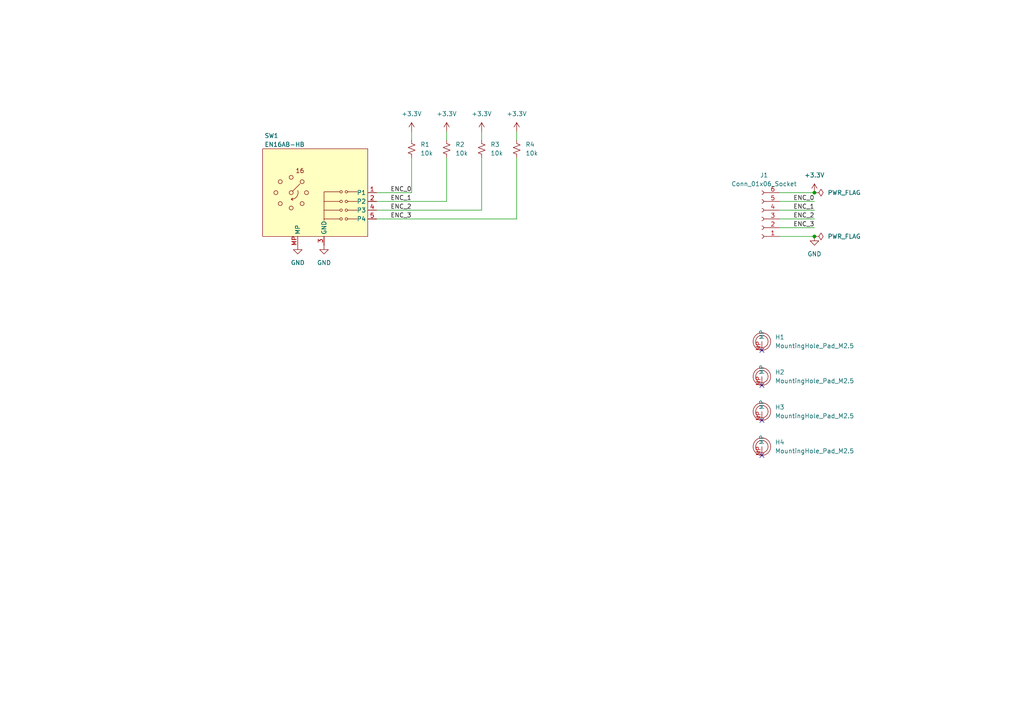
<source format=kicad_sch>
(kicad_sch (version 20230121) (generator eeschema)
  (paper "A4")
  (lib_symbols
    (symbol "Connector:Conn_01x06_Socket" (pin_names (offset 1.016) hide)
      (property "Reference" "J" (at 0 7.62 0))
      (property "Value" "Conn_01x06_Socket" (at 0 -10.16 0))
      (symbol "Conn_01x06_Socket_1_1"
        (arc (start 0 -7.112) (mid -0.5058 -7.62) (end 0 -8.128) (stroke (width 0.1524)))
        (arc (start 0 -4.572) (mid -0.5058 -5.08) (end 0 -5.588) (stroke (width 0.1524)))
        (arc (start 0 -2.032) (mid -0.5058 -2.54) (end 0 -3.048) (stroke (width 0.1524)))
        (polyline (pts (xy -1.27 -7.62) (xy -0.508 -7.62)) (stroke (width 0.1524)))
        (polyline (pts (xy -1.27 -5.08) (xy -0.508 -5.08)) (stroke (width 0.1524)))
        (polyline (pts (xy -1.27 -2.54) (xy -0.508 -2.54)) (stroke (width 0.1524)))
        (polyline (pts (xy -1.27 0) (xy -0.508 0)) (stroke (width 0.1524)))
        (polyline (pts (xy -1.27 2.54) (xy -0.508 2.54)) (stroke (width 0.1524)))
        (polyline (pts (xy -1.27 5.08) (xy -0.508 5.08)) (stroke (width 0.1524)))
        (arc (start 0 0.508) (mid -0.5058 0) (end 0 -0.508) (stroke (width 0.1524)))
        (arc (start 0 3.048) (mid -0.5058 2.54) (end 0 2.032) (stroke (width 0.1524)))
        (arc (start 0 5.588) (mid -0.5058 5.08) (end 0 4.572) (stroke (width 0.1524)))
        (pin passive line (at -5.08 5.08 0) (length 3.81) (name "Pin_1") (number "1"))
        (pin passive line (at -5.08 2.54 0) (length 3.81) (name "Pin_2") (number "2"))
        (pin passive line (at -5.08 0 0) (length 3.81) (name "Pin_3") (number "3"))
        (pin passive line (at -5.08 -2.54 0) (length 3.81) (name "Pin_4") (number "4"))
        (pin passive line (at -5.08 -5.08 0) (length 3.81) (name "Pin_5") (number "5"))
        (pin passive line (at -5.08 -7.62 0) (length 3.81) (name "Pin_6") (number "6"))
      )
    )
    (symbol "Device:R_Small_US" (pin_numbers hide) (pin_names (offset 0.254) hide)
      (property "Reference" "R" (at 0.762 0.508 0))
      (property "Value" "R_Small_US" (at 0.762 -1.016 0))
      (symbol "R_Small_US_1_1"
        (polyline (pts (xy 0 0) (xy 1.016 -0.381) (xy 0 -0.762) (xy -1.016 -1.143) (xy 0 -1.524)))
        (polyline (pts (xy 0 1.524) (xy 1.016 1.143) (xy 0 0.762) (xy -1.016 0.381) (xy 0 0)))
        (pin passive line (at 0 2.54 270) (length 1.016) (name "~") (number "1"))
        (pin passive line (at 0 -2.54 90) (length 1.016) (name "~") (number "2"))
      )
    )
    (symbol "MPP_Device:EN16AB-HB"
      (property "Reference" "SW" (at -15.24 16.51 0))
      (property "Value" "EN16AB-HB" (at -11.43 13.97 0))
      (symbol "EN16AB-HB_0_1"
        (circle (center -13.97 0) (radius 0.568))
        (circle (center -12.7 -3.175) (radius 0.568))
        (circle (center -12.7 3.175) (radius 0.568))
        (circle (center -9.525 -4.445) (radius 0.568))
        (circle (center -9.525 0) (radius 0.568))
        (circle (center -9.525 4.445) (radius 0.568))
        (circle (center -6.35 -3.175) (radius 0.568))
        (circle (center -6.35 3.175) (radius 0.568))
        (circle (center -5.08 0) (radius 0.568))
        (polyline (pts (xy -9.144 0.381) (xy -6.985 2.54)))
        (polyline (pts (xy 7.112 -5.08) (xy 6.858 -5.08)))
        (polyline (pts (xy 7.112 -2.54) (xy 6.858 -2.54)))
        (polyline (pts (xy 7.112 0.254) (xy 6.858 0.254)))
        (polyline (pts (xy 9.652 -7.62) (xy 6.858 -7.62)))
        (polyline (pts (xy 9.652 -5.08) (xy 7.112 -5.08)))
        (polyline (pts (xy 9.652 -2.54) (xy 7.112 -2.54)))
        (polyline (pts (xy 9.652 0.254) (xy 7.112 0.254)))
        (polyline (pts (xy 4.572 -5.08) (xy 0 -5.08) (xy 0 -7.62)))
        (polyline (pts (xy 4.572 -2.54) (xy 0 -2.54) (xy 0 -5.08)))
        (polyline (pts (xy 4.572 0.254) (xy 0 0.254) (xy 0 -2.54)))
        (polyline (pts (xy 0 -8.128) (xy 0 -7.874) (xy 0 -7.62) (xy 4.572 -7.62)))
        (circle (center 4.953 -7.62) (radius 0.3592))
        (circle (center 4.953 -5.08) (radius 0.3592))
        (circle (center 4.953 -2.54) (radius 0.3592))
        (circle (center 4.953 0.254) (radius 0.3592))
        (circle (center 6.477 -7.62) (radius 0.3592))
        (circle (center 6.477 -5.08) (radius 0.3592))
        (circle (center 6.477 -2.54) (radius 0.3592))
        (circle (center 6.477 0.254) (radius 0.3592))
      )
      (symbol "EN16AB-HB_1_1"
        (rectangle (start -17.78 12.7) (end 12.7 -12.7) (fill (type background)))
        (arc (start -9.525 -1.905) (mid -7.9061 -1.1348) (end -7.62 0.635))
        (polyline (pts (xy -9.525 -1.905) (xy -9.017 -2.286)))
        (polyline (pts (xy -9.525 -1.905) (xy -9.017 -1.524)))
        (text "16" (at -6.985 6.35 0) (effects (font (size 1.27 1.27))))
        (pin output line (at 15.24 0 180) (length 2.54) (name "P1") (number "1"))
        (pin output line (at 15.24 -2.54 180) (length 2.54) (name "P2") (number "2"))
        (pin power_in line (at 0 -15.24 90) (length 2.54) (name "GND") (number "3"))
        (pin output line (at 15.24 -5.08 180) (length 2.54) (name "P3") (number "4"))
        (pin output line (at 15.24 -7.62 180) (length 2.54) (name "P4") (number "5"))
        (pin passive line (at -7.62 -15.24 90) (length 2.54) (name "MP") (number "MP"))
        (pin passive line (at -7.62 -15.24 90) (length 2.54) hide (name "MP") (number "MP"))
      )
    )
    (symbol "MPP_Mechanical:MountingHole_Pad_M2.5"
      (property "Reference" "H" (at 2.54 2.54 0))
      (property "Value" "MountingHole_Pad_M2.5" (at 0 4.445 0))
      (symbol "MountingHole_Pad_M2.5_0_1"
        (circle (center 0 0) (radius 2.54))
      )
      (symbol "MountingHole_Pad_M2.5_1_1"
        (circle (center 0 0) (radius 1.7961))
        (pin passive line (at 0 -2.54 90) (length 2.54) (name "MP") (number "MP"))
      )
    )
    (symbol "power:+3.3V" (power) (pin_names (offset 0))
      (property "Value" "+3.3V" (at 0 3.556 0))
      (symbol "+3.3V_0_1"
        (polyline (pts (xy -0.762 1.27) (xy 0 2.54)))
        (polyline (pts (xy 0 0) (xy 0 2.54)))
        (polyline (pts (xy 0 2.54) (xy 0.762 1.27)))
      )
      (symbol "+3.3V_1_1"
        (pin power_in line (at 0 0 90) (length 0) hide (name "+3.3V") (number "1"))
      )
    )
    (symbol "power:GND" (power) (pin_names (offset 0))
      (property "Value" "GND" (at 0 -3.81 0))
      (symbol "GND_0_1"
        (polyline (pts (xy 0 0) (xy 0 -1.27) (xy 1.27 -1.27) (xy 0 -2.54) (xy -1.27 -1.27) (xy 0 -1.27)))
      )
      (symbol "GND_1_1"
        (pin power_in line (at 0 0 270) (length 0) hide (name "GND") (number "1"))
      )
    )
    (symbol "power:PWR_FLAG" (power) (pin_numbers hide) (pin_names (offset 0) hide)
      (property "Value" "PWR_FLAG" (at 0 3.81 0))
      (symbol "PWR_FLAG_0_0"
        (pin power_out line (at 0 0 90) (length 0) (name "pwr") (number "1"))
      )
      (symbol "PWR_FLAG_0_1"
        (polyline (pts (xy 0 0) (xy 0 1.27) (xy -1.016 1.905) (xy 0 2.54) (xy 1.016 1.905) (xy 0 1.27)))
      )
    )
  )
  (junction (at 236.22 55.88))
  (junction (at 236.22 68.58))
  (no_connect (at 220.98 121.92))
  (no_connect (at 220.98 132.08))
  (no_connect (at 220.98 101.6))
  (no_connect (at 220.98 111.76))
  (wire (pts (xy 226.06 68.58) (xy 236.22 68.58)))
  (wire (pts (xy 139.7 60.96) (xy 139.7 45.72)))
  (wire (pts (xy 226.06 60.96) (xy 236.22 60.96)))
  (wire (pts (xy 109.22 58.42) (xy 129.54 58.42)))
  (wire (pts (xy 149.86 63.5) (xy 149.86 45.72)))
  (wire (pts (xy 226.06 55.88) (xy 236.22 55.88)))
  (wire (pts (xy 226.06 66.04) (xy 236.22 66.04)))
  (wire (pts (xy 119.38 38.1) (xy 119.38 40.64)))
  (wire (pts (xy 109.22 55.88) (xy 119.38 55.88)))
  (wire (pts (xy 119.38 55.88) (xy 119.38 45.72)))
  (wire (pts (xy 226.06 58.42) (xy 236.22 58.42)))
  (wire (pts (xy 129.54 58.42) (xy 129.54 45.72)))
  (wire (pts (xy 226.06 63.5) (xy 236.22 63.5)))
  (wire (pts (xy 139.7 38.1) (xy 139.7 40.64)))
  (wire (pts (xy 109.22 63.5) (xy 149.86 63.5)))
  (wire (pts (xy 129.54 38.1) (xy 129.54 40.64)))
  (wire (pts (xy 109.22 60.96) (xy 139.7 60.96)))
  (wire (pts (xy 149.86 38.1) (xy 149.86 40.64)))
  (label "ENC_2" (at 236.22 63.5 180))
  (label "ENC_1" (at 119.38 58.42 180))
  (label "ENC_3" (at 236.22 66.04 180))
  (label "ENC_3" (at 119.38 63.5 180))
  (label "ENC_2" (at 119.38 60.96 180))
  (label "ENC_0" (at 119.38 55.88 180))
  (label "ENC_1" (at 236.22 60.96 180))
  (label "ENC_0" (at 236.22 58.42 180))
  (symbol (lib_id "power:+3.3V") (at 119.38 38.1 0) (unit 1)
    (property "Reference" "#PWR07" (effects hide))
    (property "Value" "+3.3V" (at 119.38 33.02 0))
  )
  (symbol (lib_id "Device:R_Small_US") (at 119.38 43.18 0) (unit 1)
    (property "Reference" "R1" (at 121.92 41.91 0) (effects (justify left)))
    (property "Value" "10k" (at 121.92 44.45 0) (effects (justify left)))
    (property "Footprint" "Resistor_SMD:R_0805_2012Metric_Pad1.20x1.40mm_HandSolder" (effects hide))
  )
  (symbol (lib_id "MPP_Mechanical:MountingHole_Pad_M2.5") (at 220.98 129.54 0) (unit 1)
    (property "Reference" "H4" (at 224.79 128.27 0) (effects (justify left)))
    (property "Value" "MountingHole_Pad_M2.5" (at 224.79 130.81 0) (effects (justify left)))
    (property "Footprint" "MPP_MountingHole:MountingHole_M2.5" (effects hide))
  )
  (symbol (lib_id "power:PWR_FLAG") (at 236.22 68.58 270) (unit 1)
    (property "Reference" "#FLG02" (effects hide))
    (property "Value" "PWR_FLAG" (at 240.03 68.58 90) (effects (justify left)))
  )
  (symbol (lib_id "power:GND") (at 86.36 71.12 0) (unit 1)
    (property "Reference" "#PWR06" (effects hide))
    (property "Value" "GND" (at 86.36 76.2 0))
  )
  (symbol (lib_id "MPP_Mechanical:MountingHole_Pad_M2.5") (at 220.98 109.22 0) (unit 1)
    (property "Reference" "H2" (at 224.79 107.95 0) (effects (justify left)))
    (property "Value" "MountingHole_Pad_M2.5" (at 224.79 110.49 0) (effects (justify left)))
    (property "Footprint" "MPP_MountingHole:MountingHole_M2.5" (effects hide))
  )
  (symbol (lib_id "power:GND") (at 236.22 68.58 0) (unit 1)
    (property "Reference" "#PWR015" (effects hide))
    (property "Value" "GND" (at 236.22 73.66 0))
  )
  (symbol (lib_id "power:+3.3V") (at 149.86 38.1 0) (unit 1)
    (property "Reference" "#PWR010" (effects hide))
    (property "Value" "+3.3V" (at 149.86 33.02 0))
  )
  (symbol (lib_id "power:PWR_FLAG") (at 236.22 55.88 270) (unit 1)
    (property "Reference" "#FLG01" (effects hide))
    (property "Value" "PWR_FLAG" (at 240.03 55.88 90) (effects (justify left)))
  )
  (symbol (lib_id "power:+3.3V") (at 129.54 38.1 0) (unit 1)
    (property "Reference" "#PWR08" (effects hide))
    (property "Value" "+3.3V" (at 129.54 33.02 0))
  )
  (symbol (lib_id "Device:R_Small_US") (at 149.86 43.18 0) (unit 1)
    (property "Reference" "R4" (at 152.4 41.91 0) (effects (justify left)))
    (property "Value" "10k" (at 152.4 44.45 0) (effects (justify left)))
    (property "Footprint" "Resistor_SMD:R_0805_2012Metric_Pad1.20x1.40mm_HandSolder" (effects hide))
  )
  (symbol (lib_id "MPP_Mechanical:MountingHole_Pad_M2.5") (at 220.98 99.06 0) (unit 1)
    (property "Reference" "H1" (at 224.79 97.79 0) (effects (justify left)))
    (property "Value" "MountingHole_Pad_M2.5" (at 224.79 100.33 0) (effects (justify left)))
    (property "Footprint" "MPP_MountingHole:MountingHole_M2.5" (effects hide))
  )
  (symbol (lib_id "MPP_Device:EN16AB-HB") (at 93.98 55.88 0) (unit 1)
    (property "Reference" "SW1" (at 78.74 39.37 0))
    (property "Value" "EN16AB-HB" (at 82.55 41.91 0))
    (property "Footprint" "MPP_Rotary_Encoder:EN16AB-HB" (effects hide))
    (property "Datasheet" "https://www.ttelectronics.com/TTElectronics/media/ProductFiles/Datasheet/EN16AB.pdf" (effects hide))
  )
  (symbol (lib_id "Connector:Conn_01x06_Socket") (at 220.98 63.5 180) (unit 1)
    (property "Reference" "J1" (at 221.615 50.8 0))
    (property "Value" "Conn_01x06_Socket" (at 221.615 53.34 0))
    (property "Footprint" "Connector_FFC-FPC:Hirose_FH12-6S-0.5SH_1x06-1MP_P0.50mm_Horizontal" (effects hide))
  )
  (symbol (lib_id "Device:R_Small_US") (at 129.54 43.18 0) (unit 1)
    (property "Reference" "R2" (at 132.08 41.91 0) (effects (justify left)))
    (property "Value" "10k" (at 132.08 44.45 0) (effects (justify left)))
    (property "Footprint" "Resistor_SMD:R_0805_2012Metric_Pad1.20x1.40mm_HandSolder" (effects hide))
  )
  (symbol (lib_id "power:+3.3V") (at 139.7 38.1 0) (unit 1)
    (property "Reference" "#PWR09" (effects hide))
    (property "Value" "+3.3V" (at 139.7 33.02 0))
  )
  (symbol (lib_id "MPP_Mechanical:MountingHole_Pad_M2.5") (at 220.98 119.38 0) (unit 1)
    (property "Reference" "H3" (at 224.79 118.11 0) (effects (justify left)))
    (property "Value" "MountingHole_Pad_M2.5" (at 224.79 120.65 0) (effects (justify left)))
    (property "Footprint" "MPP_MountingHole:MountingHole_M2.5" (effects hide))
  )
  (symbol (lib_id "Device:R_Small_US") (at 139.7 43.18 0) (unit 1)
    (property "Reference" "R3" (at 142.24 41.91 0) (effects (justify left)))
    (property "Value" "10k" (at 142.24 44.45 0) (effects (justify left)))
    (property "Footprint" "Resistor_SMD:R_0805_2012Metric_Pad1.20x1.40mm_HandSolder" (effects hide))
  )
  (symbol (lib_id "power:GND") (at 93.98 71.12 0) (unit 1)
    (property "Reference" "#PWR05" (effects hide))
    (property "Value" "GND" (at 93.98 76.2 0))
  )
  (symbol (lib_id "power:+3.3V") (at 236.22 55.88 0) (unit 1)
    (property "Reference" "#PWR016" (effects hide))
    (property "Value" "+3.3V" (at 236.22 50.8 0))
  )
)
</source>
